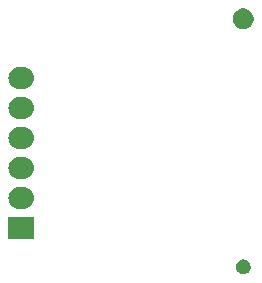
<source format=gbs>
%TF.GenerationSoftware,KiCad,Pcbnew,4.0.4+e1-6308~48~ubuntu16.04.1-stable*%
%TF.CreationDate,2017-01-04T17:26:24-08:00*%
%TF.ProjectId,sd-full-2041021-4-breakout,73642D66756C6C2D323034313032312D,v1.0*%
%TF.FileFunction,Soldermask,Bot*%
%FSLAX46Y46*%
G04 Gerber Fmt 4.6, Leading zero omitted, Abs format (unit mm)*
G04 Created by KiCad (PCBNEW 4.0.4+e1-6308~48~ubuntu16.04.1-stable) date Wed Jan  4 17:26:24 2017*
%MOMM*%
%LPD*%
G01*
G04 APERTURE LIST*
%ADD10C,0.350000*%
G04 APERTURE END LIST*
D10*
G36*
X118937776Y-89036215D02*
X119058065Y-89060907D01*
X119171281Y-89108498D01*
X119273089Y-89177169D01*
X119359621Y-89264307D01*
X119427578Y-89366591D01*
X119474375Y-89480130D01*
X119498159Y-89600249D01*
X119498159Y-89600254D01*
X119498227Y-89600598D01*
X119496268Y-89740863D01*
X119496192Y-89741197D01*
X119496192Y-89741211D01*
X119469063Y-89860619D01*
X119419116Y-89972803D01*
X119348326Y-90073152D01*
X119259394Y-90157842D01*
X119155705Y-90223645D01*
X119041213Y-90268053D01*
X118920276Y-90289378D01*
X118797497Y-90286806D01*
X118677555Y-90260435D01*
X118565021Y-90211270D01*
X118464184Y-90141186D01*
X118378876Y-90052848D01*
X118312350Y-89949620D01*
X118267142Y-89835437D01*
X118244975Y-89714655D01*
X118246689Y-89591861D01*
X118272221Y-89471740D01*
X118320600Y-89358865D01*
X118389980Y-89257537D01*
X118477719Y-89171616D01*
X118580480Y-89104372D01*
X118694343Y-89058368D01*
X118814969Y-89035358D01*
X118937776Y-89036215D01*
X118937776Y-89036215D01*
G37*
G36*
X101168200Y-87299800D02*
X98983800Y-87299800D01*
X98983800Y-85420200D01*
X101168200Y-85420200D01*
X101168200Y-87299800D01*
X101168200Y-87299800D01*
G37*
G36*
X100244749Y-82880277D02*
X100244754Y-82880278D01*
X100246807Y-82880292D01*
X100429080Y-82900737D01*
X100603912Y-82956197D01*
X100764641Y-83044558D01*
X100905146Y-83162456D01*
X101020076Y-83305400D01*
X101105052Y-83467945D01*
X101156839Y-83643899D01*
X101156843Y-83643940D01*
X101156844Y-83643944D01*
X101173463Y-83826558D01*
X101155648Y-83996056D01*
X101154290Y-84008973D01*
X101100052Y-84184187D01*
X101012815Y-84345529D01*
X100895900Y-84486855D01*
X100753762Y-84602779D01*
X100591815Y-84688888D01*
X100416226Y-84741902D01*
X100233685Y-84759800D01*
X99918283Y-84759800D01*
X99907251Y-84759723D01*
X99907246Y-84759722D01*
X99905193Y-84759708D01*
X99722920Y-84739263D01*
X99548088Y-84683803D01*
X99387359Y-84595442D01*
X99246854Y-84477544D01*
X99131924Y-84334600D01*
X99046948Y-84172055D01*
X98995161Y-83996101D01*
X98995157Y-83996060D01*
X98995156Y-83996056D01*
X98978537Y-83813442D01*
X98997705Y-83631074D01*
X98997710Y-83631027D01*
X99051948Y-83455813D01*
X99139185Y-83294471D01*
X99256100Y-83153145D01*
X99398238Y-83037221D01*
X99560185Y-82951112D01*
X99735774Y-82898098D01*
X99918315Y-82880200D01*
X100233717Y-82880200D01*
X100244749Y-82880277D01*
X100244749Y-82880277D01*
G37*
G36*
X100244749Y-80340277D02*
X100244754Y-80340278D01*
X100246807Y-80340292D01*
X100429080Y-80360737D01*
X100603912Y-80416197D01*
X100764641Y-80504558D01*
X100905146Y-80622456D01*
X101020076Y-80765400D01*
X101105052Y-80927945D01*
X101156839Y-81103899D01*
X101156843Y-81103940D01*
X101156844Y-81103944D01*
X101173463Y-81286558D01*
X101155648Y-81456056D01*
X101154290Y-81468973D01*
X101100052Y-81644187D01*
X101012815Y-81805529D01*
X100895900Y-81946855D01*
X100753762Y-82062779D01*
X100591815Y-82148888D01*
X100416226Y-82201902D01*
X100233685Y-82219800D01*
X99918283Y-82219800D01*
X99907251Y-82219723D01*
X99907246Y-82219722D01*
X99905193Y-82219708D01*
X99722920Y-82199263D01*
X99548088Y-82143803D01*
X99387359Y-82055442D01*
X99246854Y-81937544D01*
X99131924Y-81794600D01*
X99046948Y-81632055D01*
X98995161Y-81456101D01*
X98995157Y-81456060D01*
X98995156Y-81456056D01*
X98978537Y-81273442D01*
X98997705Y-81091074D01*
X98997710Y-81091027D01*
X99051948Y-80915813D01*
X99139185Y-80754471D01*
X99256100Y-80613145D01*
X99398238Y-80497221D01*
X99560185Y-80411112D01*
X99735774Y-80358098D01*
X99918315Y-80340200D01*
X100233717Y-80340200D01*
X100244749Y-80340277D01*
X100244749Y-80340277D01*
G37*
G36*
X100244749Y-77800277D02*
X100244754Y-77800278D01*
X100246807Y-77800292D01*
X100429080Y-77820737D01*
X100603912Y-77876197D01*
X100764641Y-77964558D01*
X100905146Y-78082456D01*
X101020076Y-78225400D01*
X101105052Y-78387945D01*
X101156839Y-78563899D01*
X101156843Y-78563940D01*
X101156844Y-78563944D01*
X101173463Y-78746558D01*
X101155648Y-78916056D01*
X101154290Y-78928973D01*
X101100052Y-79104187D01*
X101012815Y-79265529D01*
X100895900Y-79406855D01*
X100753762Y-79522779D01*
X100591815Y-79608888D01*
X100416226Y-79661902D01*
X100233685Y-79679800D01*
X99918283Y-79679800D01*
X99907251Y-79679723D01*
X99907246Y-79679722D01*
X99905193Y-79679708D01*
X99722920Y-79659263D01*
X99548088Y-79603803D01*
X99387359Y-79515442D01*
X99246854Y-79397544D01*
X99131924Y-79254600D01*
X99046948Y-79092055D01*
X98995161Y-78916101D01*
X98995157Y-78916060D01*
X98995156Y-78916056D01*
X98978537Y-78733442D01*
X98997705Y-78551074D01*
X98997710Y-78551027D01*
X99051948Y-78375813D01*
X99139185Y-78214471D01*
X99256100Y-78073145D01*
X99398238Y-77957221D01*
X99560185Y-77871112D01*
X99735774Y-77818098D01*
X99918315Y-77800200D01*
X100233717Y-77800200D01*
X100244749Y-77800277D01*
X100244749Y-77800277D01*
G37*
G36*
X100244749Y-75260277D02*
X100244754Y-75260278D01*
X100246807Y-75260292D01*
X100429080Y-75280737D01*
X100603912Y-75336197D01*
X100764641Y-75424558D01*
X100905146Y-75542456D01*
X101020076Y-75685400D01*
X101105052Y-75847945D01*
X101156839Y-76023899D01*
X101156843Y-76023940D01*
X101156844Y-76023944D01*
X101173463Y-76206558D01*
X101155648Y-76376056D01*
X101154290Y-76388973D01*
X101100052Y-76564187D01*
X101012815Y-76725529D01*
X100895900Y-76866855D01*
X100753762Y-76982779D01*
X100591815Y-77068888D01*
X100416226Y-77121902D01*
X100233685Y-77139800D01*
X99918283Y-77139800D01*
X99907251Y-77139723D01*
X99907246Y-77139722D01*
X99905193Y-77139708D01*
X99722920Y-77119263D01*
X99548088Y-77063803D01*
X99387359Y-76975442D01*
X99246854Y-76857544D01*
X99131924Y-76714600D01*
X99046948Y-76552055D01*
X98995161Y-76376101D01*
X98995157Y-76376060D01*
X98995156Y-76376056D01*
X98978537Y-76193442D01*
X98997705Y-76011074D01*
X98997710Y-76011027D01*
X99051948Y-75835813D01*
X99139185Y-75674471D01*
X99256100Y-75533145D01*
X99398238Y-75417221D01*
X99560185Y-75331112D01*
X99735774Y-75278098D01*
X99918315Y-75260200D01*
X100233717Y-75260200D01*
X100244749Y-75260277D01*
X100244749Y-75260277D01*
G37*
G36*
X100244749Y-72720277D02*
X100244754Y-72720278D01*
X100246807Y-72720292D01*
X100429080Y-72740737D01*
X100603912Y-72796197D01*
X100764641Y-72884558D01*
X100905146Y-73002456D01*
X101020076Y-73145400D01*
X101105052Y-73307945D01*
X101156839Y-73483899D01*
X101156843Y-73483940D01*
X101156844Y-73483944D01*
X101173463Y-73666558D01*
X101155648Y-73836056D01*
X101154290Y-73848973D01*
X101100052Y-74024187D01*
X101012815Y-74185529D01*
X100895900Y-74326855D01*
X100753762Y-74442779D01*
X100591815Y-74528888D01*
X100416226Y-74581902D01*
X100233685Y-74599800D01*
X99918283Y-74599800D01*
X99907251Y-74599723D01*
X99907246Y-74599722D01*
X99905193Y-74599708D01*
X99722920Y-74579263D01*
X99548088Y-74523803D01*
X99387359Y-74435442D01*
X99246854Y-74317544D01*
X99131924Y-74174600D01*
X99046948Y-74012055D01*
X98995161Y-73836101D01*
X98995157Y-73836060D01*
X98995156Y-73836056D01*
X98978537Y-73653442D01*
X98997705Y-73471074D01*
X98997710Y-73471027D01*
X99051948Y-73295813D01*
X99139185Y-73134471D01*
X99256100Y-72993145D01*
X99398238Y-72877221D01*
X99560185Y-72791112D01*
X99735774Y-72738098D01*
X99918315Y-72720200D01*
X100233717Y-72720200D01*
X100244749Y-72720277D01*
X100244749Y-72720277D01*
G37*
G36*
X118964035Y-67786382D02*
X119132350Y-67820933D01*
X119290762Y-67887523D01*
X119433216Y-67983609D01*
X119554294Y-68105535D01*
X119649381Y-68248654D01*
X119714863Y-68407524D01*
X119748169Y-68575735D01*
X119748238Y-68576084D01*
X119745497Y-68772348D01*
X119745420Y-68772686D01*
X119745420Y-68772695D01*
X119707429Y-68939913D01*
X119637540Y-69096885D01*
X119538490Y-69237298D01*
X119414053Y-69355797D01*
X119268970Y-69447870D01*
X119108769Y-69510008D01*
X118939548Y-69539847D01*
X118767751Y-69536247D01*
X118599928Y-69499350D01*
X118442466Y-69430556D01*
X118301370Y-69332492D01*
X118182005Y-69208886D01*
X118088922Y-69064449D01*
X118025664Y-68904678D01*
X117994647Y-68735676D01*
X117997045Y-68563859D01*
X118032772Y-68395780D01*
X118100462Y-68237845D01*
X118197543Y-68096063D01*
X118320311Y-67975839D01*
X118464096Y-67881750D01*
X118623416Y-67817379D01*
X118792201Y-67785183D01*
X118964035Y-67786382D01*
X118964035Y-67786382D01*
G37*
M02*

</source>
